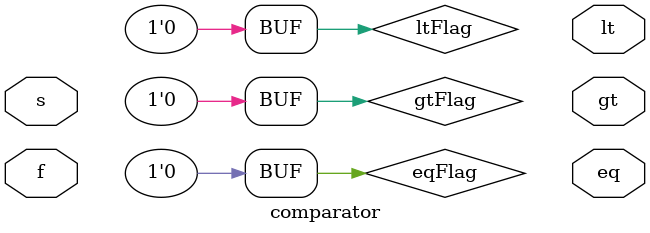
<source format=v>
module comparator (
    f,
    s,
    gt,
    lt,
    eq
);  // 4-bit comparator
  input [3:0] f;  // 4-bit inputs
  input [3:0] s;
  output reg gt;
  output reg lt;
  output reg eq;

  reg gtFlag = 0;
  reg ltFlag = 0;
  reg eqFlag = 0;

  // insert code here

endmodule

</source>
